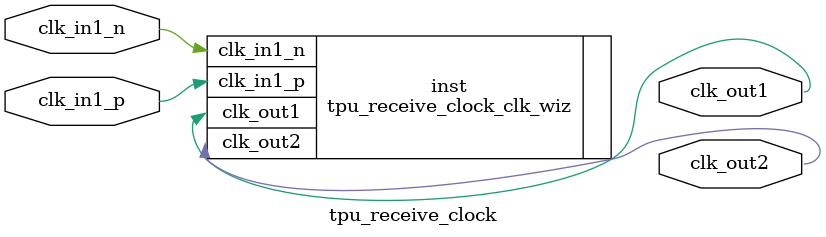
<source format=v>


`timescale 1ps/1ps

(* CORE_GENERATION_INFO = "tpu_receive_clock,clk_wiz_v6_0_4_0_0,{component_name=tpu_receive_clock,use_phase_alignment=false,use_min_o_jitter=false,use_max_i_jitter=false,use_dyn_phase_shift=false,use_inclk_switchover=false,use_dyn_reconfig=false,enable_axi=0,feedback_source=FDBK_AUTO,PRIMITIVE=MMCM,num_out_clk=2,clkin1_period=8.000,clkin2_period=10.000,use_power_down=false,use_reset=false,use_locked=false,use_inclk_stopped=false,feedback_type=SINGLE,CLOCK_MGR_TYPE=NA,manual_override=false}" *)

module tpu_receive_clock 
 (
  // Clock out ports
  output        clk_out1,
  output        clk_out2,
 // Clock in ports
  input         clk_in1_p,
  input         clk_in1_n
 );

  tpu_receive_clock_clk_wiz inst
  (
  // Clock out ports  
  .clk_out1(clk_out1),
  .clk_out2(clk_out2),
 // Clock in ports
  .clk_in1_p(clk_in1_p),
  .clk_in1_n(clk_in1_n)
  );

endmodule

</source>
